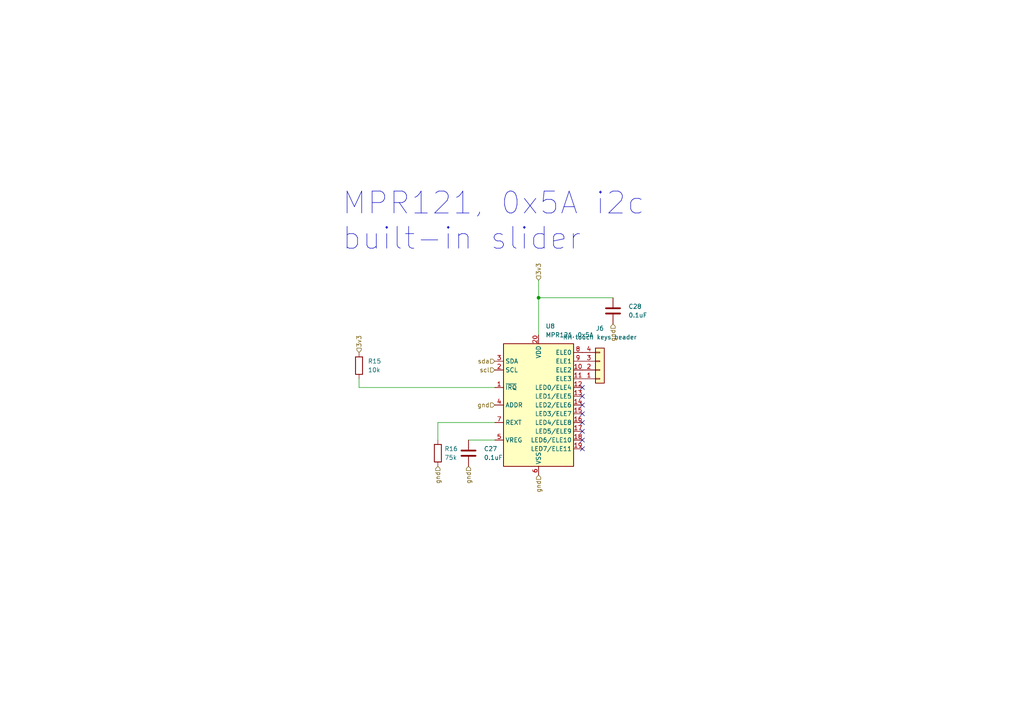
<source format=kicad_sch>
(kicad_sch (version 20211123) (generator eeschema)
  (paper "A4")
  (lib_symbols
    (symbol "Connector_Generic:Conn_01x04" (pin_names (offset 1.016) hide)
      (property "Reference" "J" (at 0 5.08 0))
      (property "Value" "Conn_01x04" (at 0 -7.62 0))
      (symbol "Conn_01x04_1_1"
        (rectangle (start -1.27 -4.953) (end 0 -5.207) (stroke (width 0.1524)))
        (rectangle (start -1.27 -2.413) (end 0 -2.667) (stroke (width 0.1524)))
        (rectangle (start -1.27 0.127) (end 0 -0.127) (stroke (width 0.1524)))
        (rectangle (start -1.27 2.667) (end 0 2.413) (stroke (width 0.1524)))
        (rectangle (start -1.27 3.81) (end 1.27 -6.35) (stroke (width 0.254)) (fill (type background)))
        (pin passive line (at -5.08 2.54 0) (length 3.81) (name "Pin_1") (number "1"))
        (pin passive line (at -5.08 0 0) (length 3.81) (name "Pin_2") (number "2"))
        (pin passive line (at -5.08 -2.54 0) (length 3.81) (name "Pin_3") (number "3"))
        (pin passive line (at -5.08 -5.08 0) (length 3.81) (name "Pin_4") (number "4"))
      )
    )
    (symbol "Device:C" (pin_numbers hide) (pin_names (offset 0.254))
      (property "Reference" "C" (at 0.635 2.54 0))
      (property "Value" "C" (at 0.635 -2.54 0))
      (symbol "C_0_1"
        (polyline (pts (xy -2.032 -0.762) (xy 2.032 -0.762)) (stroke (width 0.508)))
        (polyline (pts (xy -2.032 0.762) (xy 2.032 0.762)) (stroke (width 0.508)))
      )
      (symbol "C_1_1"
        (pin passive line (at 0 3.81 270) (length 2.794) (name "~") (number "1"))
        (pin passive line (at 0 -3.81 90) (length 2.794) (name "~") (number "2"))
      )
    )
    (symbol "Device:R" (pin_numbers hide) (pin_names (offset 0))
      (property "Reference" "R" (at 2.032 0 90))
      (property "Value" "R" (at 0 0 90))
      (symbol "R_0_1"
        (rectangle (start -1.016 -2.54) (end 1.016 2.54) (stroke (width 0.254)))
      )
      (symbol "R_1_1"
        (pin passive line (at 0 3.81 270) (length 1.27) (name "~") (number "1"))
        (pin passive line (at 0 -3.81 90) (length 1.27) (name "~") (number "2"))
      )
    )
    (symbol "Sensor_Touch:MPR121QR2"
      (property "Reference" "U" (at -10.16 19.05 0))
      (property "Value" "MPR121QR2" (at 6.35 19.05 0))
      (symbol "MPR121QR2_0_1"
        (rectangle (start -10.16 17.78) (end 10.16 -17.78) (stroke (width 0.254)) (fill (type background)))
      )
      (symbol "MPR121QR2_1_1"
        (pin open_collector line (at -12.7 5.08 0) (length 2.54) (name "~{IRQ}") (number "1"))
        (pin passive line (at 12.7 10.16 180) (length 2.54) (name "ELE2") (number "10"))
        (pin passive line (at 12.7 7.62 180) (length 2.54) (name "ELE3") (number "11"))
        (pin passive line (at 12.7 5.08 180) (length 2.54) (name "LED0/ELE4") (number "12"))
        (pin passive line (at 12.7 2.54 180) (length 2.54) (name "LED1/ELE5") (number "13"))
        (pin passive line (at 12.7 0 180) (length 2.54) (name "LED2/ELE6") (number "14"))
        (pin passive line (at 12.7 -2.54 180) (length 2.54) (name "LED3/ELE7") (number "15"))
        (pin passive line (at 12.7 -5.08 180) (length 2.54) (name "LED4/ELE8") (number "16"))
        (pin passive line (at 12.7 -7.62 180) (length 2.54) (name "LED5/ELE9") (number "17"))
        (pin passive line (at 12.7 -10.16 180) (length 2.54) (name "LED6/ELE10") (number "18"))
        (pin passive line (at 12.7 -12.7 180) (length 2.54) (name "LED7/ELE11") (number "19"))
        (pin input line (at -12.7 10.16 0) (length 2.54) (name "SCL") (number "2"))
        (pin power_in line (at 0 20.32 270) (length 2.54) (name "VDD") (number "20"))
        (pin bidirectional line (at -12.7 12.7 0) (length 2.54) (name "SDA") (number "3"))
        (pin input line (at -12.7 0 0) (length 2.54) (name "ADDR") (number "4"))
        (pin passive line (at -12.7 -10.16 0) (length 2.54) (name "VREG") (number "5"))
        (pin power_in line (at 0 -20.32 90) (length 2.54) (name "VSS") (number "6"))
        (pin passive line (at -12.7 -5.08 0) (length 2.54) (name "REXT") (number "7"))
        (pin passive line (at 12.7 15.24 180) (length 2.54) (name "ELE0") (number "8"))
        (pin passive line (at 12.7 12.7 180) (length 2.54) (name "ELE1") (number "9"))
      )
    )
  )
  (junction (at 156.21 86.36))
  (no_connect (at 168.91 127.635))
  (no_connect (at 168.91 112.395))
  (no_connect (at 168.91 130.175))
  (no_connect (at 168.91 122.555))
  (no_connect (at 168.91 125.095))
  (no_connect (at 168.91 114.935))
  (no_connect (at 168.91 117.475))
  (no_connect (at 168.91 120.015))
  (wire (pts (xy 143.51 122.555) (xy 127 122.555)))
  (wire (pts (xy 156.21 81.28) (xy 156.21 86.36)))
  (wire (pts (xy 143.51 112.395) (xy 104.14 112.395)))
  (wire (pts (xy 104.14 112.395) (xy 104.14 109.855)))
  (wire (pts (xy 156.21 86.36) (xy 177.8 86.36)))
  (wire (pts (xy 135.89 127.635) (xy 143.51 127.635)))
  (wire (pts (xy 156.21 86.36) (xy 156.21 97.155)))
  (wire (pts (xy 127 122.555) (xy 127 127.635)))
  (text "MPR121, 0x5A i2c\nbuilt-in slider" (at 99.06 73.025 0) (effects (font (size 6.35 6.35)) (justify left bottom)))
  (hierarchical_label "gnd" (shape input) (at 135.89 135.255 270))
  (hierarchical_label "gnd" (shape input) (at 143.51 117.475 180))
  (hierarchical_label "gnd" (shape input) (at 156.21 137.795 270))
  (hierarchical_label "gnd" (shape input) (at 177.8 93.98 270))
  (hierarchical_label "gnd" (shape input) (at 127 135.255 270))
  (hierarchical_label "3v3" (shape input) (at 156.21 81.28 90))
  (hierarchical_label "sda" (shape input) (at 143.51 104.775 180))
  (hierarchical_label "3v3" (shape input) (at 104.14 102.235 90))
  (hierarchical_label "scl" (shape input) (at 143.51 107.315 180))
  (symbol (lib_id "Device:R") (at 127 131.445 0) (unit 1)
    (property "Reference" "R16" (at 128.905 130.1749 0) (effects (justify left)))
    (property "Value" "75k" (at 128.905 132.7149 0) (effects (justify left)))
    (property "Footprint" "Resistor_SMD:R_0402_1005Metric" (effects hide))
    (property "LCSC part number" "C25798" (effects hide))
    (property "verif" "1" (effects hide))
  )
  (symbol (lib_id "Sensor_Touch:MPR121QR2") (at 156.21 117.475 0) (unit 1)
    (property "Reference" "U8" (at 158.2294 94.615 0) (effects (justify left)))
    (property "Value" "MPR121, 0x5A" (at 158.2294 97.155 0) (effects (justify left)))
    (property "Footprint" "Package_DFN_QFN:UQFN-20_3x3mm_P0.4mm" (effects hide))
    (property "Datasheet" "https://resurgentsemi.com/wp-content/uploads/2018/09/MPR121_rev5-Resurgent.pdf?d453f8&d453f8" (effects hide))
    (property "LCSC part number" "C91322" (effects hide))
    (property "verif" "1" (effects hide))
  )
  (symbol (lib_id "Device:R") (at 104.14 106.045 180) (unit 1)
    (property "Reference" "R15" (at 106.68 104.7749 0) (effects (justify right)))
    (property "Value" "10k" (at 106.68 107.3149 0) (effects (justify right)))
    (property "Footprint" "Resistor_SMD:R_0402_1005Metric" (effects hide))
    (property "LCSC part number" "C25744" (effects hide))
    (property "verif" "1" (effects hide))
  )
  (symbol (lib_id "Device:C") (at 135.89 131.445 0) (unit 1)
    (property "Reference" "C27" (at 140.335 130.1749 0) (effects (justify left)))
    (property "Value" "0.1uF" (at 140.335 132.7149 0) (effects (justify left)))
    (property "Footprint" "Capacitor_SMD:C_0402_1005Metric" (effects hide))
    (property "LCSC part number" "C1525" (effects hide))
    (property "verif" "1" (effects hide))
  )
  (symbol (lib_id "Connector_Generic:Conn_01x04") (at 173.99 107.315 0) (mirror x) (unit 1)
    (property "Reference" "J6" (at 173.99 95.25 0))
    (property "Value" "RH touch keys header" (at 173.99 97.79 0))
    (property "Footprint" "Connector_PinHeader_2.54mm:PinHeader_1x04_P2.54mm_Vertical" (effects hide))
  )
  (symbol (lib_id "Device:C") (at 177.8 90.17 0) (unit 1)
    (property "Reference" "C28" (at 182.245 88.8999 0) (effects (justify left)))
    (property "Value" "0.1uF" (at 182.245 91.4399 0) (effects (justify left)))
    (property "Footprint" "Capacitor_SMD:C_0402_1005Metric" (effects hide))
    (property "LCSC part number" "C1525" (effects hide))
    (property "verif" "1" (effects hide))
  )
)
</source>
